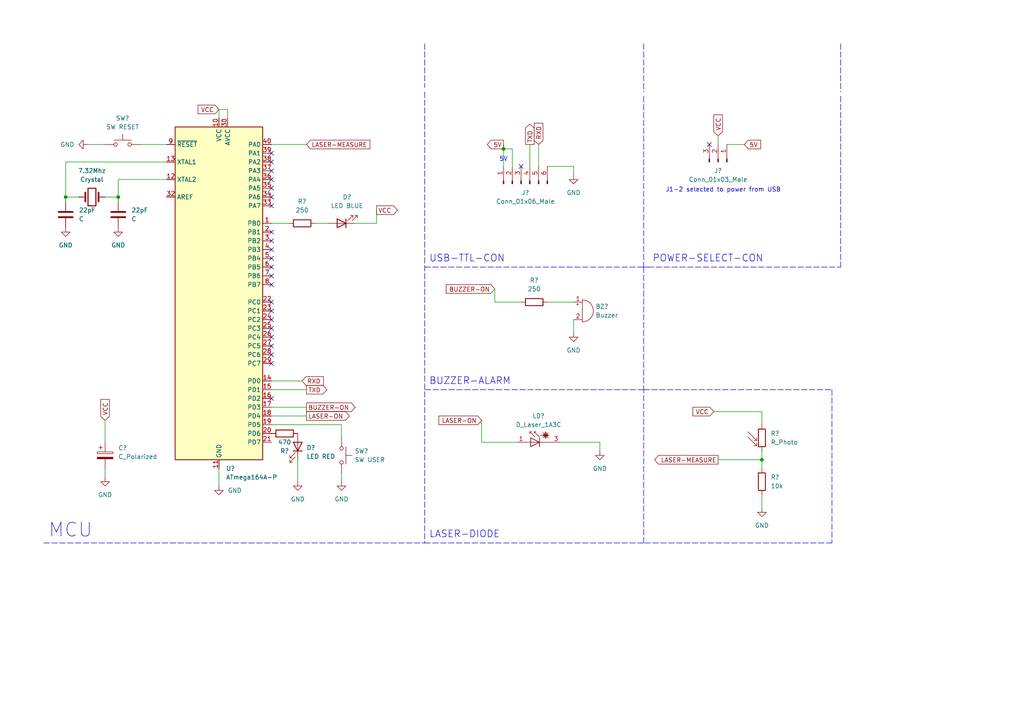
<source format=kicad_sch>
(kicad_sch (version 20211123) (generator eeschema)
  (paper "A4")
  (lib_symbols
    (symbol "Connector:Conn_01x03_Male" (pin_names (offset 1.016) hide)
      (property "Reference" "J" (at 0 5.08 0))
      (property "Value" "Conn_01x03_Male" (at 0 -5.08 0))
      (symbol "Conn_01x03_Male_1_1"
        (polyline (pts (xy 1.27 -2.54) (xy 0.8636 -2.54)) (stroke (width 0.1524)))
        (polyline (pts (xy 1.27 0) (xy 0.8636 0)) (stroke (width 0.1524)))
        (polyline (pts (xy 1.27 2.54) (xy 0.8636 2.54)) (stroke (width 0.1524)))
        (rectangle (start 0.8636 -2.413) (end 0 -2.667) (stroke (width 0.1524)) (fill (type outline)))
        (rectangle (start 0.8636 0.127) (end 0 -0.127) (stroke (width 0.1524)) (fill (type outline)))
        (rectangle (start 0.8636 2.667) (end 0 2.413) (stroke (width 0.1524)) (fill (type outline)))
        (pin passive line (at 5.08 2.54 180) (length 3.81) (name "Pin_1") (number "1"))
        (pin passive line (at 5.08 0 180) (length 3.81) (name "Pin_2") (number "2"))
        (pin passive line (at 5.08 -2.54 180) (length 3.81) (name "Pin_3") (number "3"))
      )
    )
    (symbol "Connector:Conn_01x06_Male" (pin_names (offset 1.016) hide)
      (property "Reference" "J" (at 0 7.62 0))
      (property "Value" "Conn_01x06_Male" (at 0 -10.16 0))
      (symbol "Conn_01x06_Male_1_1"
        (polyline (pts (xy 1.27 -7.62) (xy 0.8636 -7.62)) (stroke (width 0.1524)))
        (polyline (pts (xy 1.27 -5.08) (xy 0.8636 -5.08)) (stroke (width 0.1524)))
        (polyline (pts (xy 1.27 -2.54) (xy 0.8636 -2.54)) (stroke (width 0.1524)))
        (polyline (pts (xy 1.27 0) (xy 0.8636 0)) (stroke (width 0.1524)))
        (polyline (pts (xy 1.27 2.54) (xy 0.8636 2.54)) (stroke (width 0.1524)))
        (polyline (pts (xy 1.27 5.08) (xy 0.8636 5.08)) (stroke (width 0.1524)))
        (rectangle (start 0.8636 -7.493) (end 0 -7.747) (stroke (width 0.1524)) (fill (type outline)))
        (rectangle (start 0.8636 -4.953) (end 0 -5.207) (stroke (width 0.1524)) (fill (type outline)))
        (rectangle (start 0.8636 -2.413) (end 0 -2.667) (stroke (width 0.1524)) (fill (type outline)))
        (rectangle (start 0.8636 0.127) (end 0 -0.127) (stroke (width 0.1524)) (fill (type outline)))
        (rectangle (start 0.8636 2.667) (end 0 2.413) (stroke (width 0.1524)) (fill (type outline)))
        (rectangle (start 0.8636 5.207) (end 0 4.953) (stroke (width 0.1524)) (fill (type outline)))
        (pin passive line (at 5.08 5.08 180) (length 3.81) (name "Pin_1") (number "1"))
        (pin passive line (at 5.08 2.54 180) (length 3.81) (name "Pin_2") (number "2"))
        (pin passive line (at 5.08 0 180) (length 3.81) (name "Pin_3") (number "3"))
        (pin passive line (at 5.08 -2.54 180) (length 3.81) (name "Pin_4") (number "4"))
        (pin passive line (at 5.08 -5.08 180) (length 3.81) (name "Pin_5") (number "5"))
        (pin passive line (at 5.08 -7.62 180) (length 3.81) (name "Pin_6") (number "6"))
      )
    )
    (symbol "Device:Buzzer" (pin_names (offset 0.0254) hide)
      (property "Reference" "BZ" (at 3.81 1.27 0))
      (property "Value" "Buzzer" (at 3.81 -1.27 0))
      (symbol "Buzzer_0_1"
        (arc (start 0 -3.175) (mid 3.175 0) (end 0 3.175))
        (polyline (pts (xy -1.651 1.905) (xy -1.143 1.905)))
        (polyline (pts (xy -1.397 2.159) (xy -1.397 1.651)))
        (polyline (pts (xy 0 3.175) (xy 0 -3.175)))
      )
      (symbol "Buzzer_1_1"
        (pin passive line (at -2.54 2.54 0) (length 2.54) (name "-") (number "1"))
        (pin passive line (at -2.54 -2.54 0) (length 2.54) (name "+") (number "2"))
      )
    )
    (symbol "Device:C" (pin_numbers hide) (pin_names (offset 0.254))
      (property "Reference" "C" (at 0.635 2.54 0))
      (property "Value" "C" (at 0.635 -2.54 0))
      (symbol "C_0_1"
        (polyline (pts (xy -2.032 -0.762) (xy 2.032 -0.762)) (stroke (width 0.508)))
        (polyline (pts (xy -2.032 0.762) (xy 2.032 0.762)) (stroke (width 0.508)))
      )
      (symbol "C_1_1"
        (pin passive line (at 0 3.81 270) (length 2.794) (name "~") (number "1"))
        (pin passive line (at 0 -3.81 90) (length 2.794) (name "~") (number "2"))
      )
    )
    (symbol "Device:C_Polarized" (pin_numbers hide) (pin_names (offset 0.254))
      (property "Reference" "C" (at 0.635 2.54 0))
      (property "Value" "C_Polarized" (at 0.635 -2.54 0))
      (symbol "C_Polarized_0_1"
        (rectangle (start -2.286 0.508) (end 2.286 1.016))
        (polyline (pts (xy -1.778 2.286) (xy -0.762 2.286)))
        (polyline (pts (xy -1.27 2.794) (xy -1.27 1.778)))
        (rectangle (start 2.286 -0.508) (end -2.286 -1.016) (fill (type outline)))
      )
      (symbol "C_Polarized_1_1"
        (pin passive line (at 0 3.81 270) (length 2.794) (name "~") (number "1"))
        (pin passive line (at 0 -3.81 90) (length 2.794) (name "~") (number "2"))
      )
    )
    (symbol "Device:Crystal" (pin_numbers hide) (pin_names (offset 1.016) hide)
      (property "Reference" "Y" (at 0 3.81 0))
      (property "Value" "Crystal" (at 0 -3.81 0))
      (symbol "Crystal_0_1"
        (rectangle (start -1.143 2.54) (end 1.143 -2.54) (stroke (width 0.3048)))
        (polyline (pts (xy -2.54 0) (xy -1.905 0)))
        (polyline (pts (xy -1.905 -1.27) (xy -1.905 1.27)) (stroke (width 0.508)))
        (polyline (pts (xy 1.905 -1.27) (xy 1.905 1.27)) (stroke (width 0.508)))
        (polyline (pts (xy 2.54 0) (xy 1.905 0)))
      )
      (symbol "Crystal_1_1"
        (pin passive line (at -3.81 0 0) (length 1.27) (name "1") (number "1"))
        (pin passive line (at 3.81 0 180) (length 1.27) (name "2") (number "2"))
      )
    )
    (symbol "Device:D_Laser_1A3C" (pin_names (offset 1.016) hide)
      (property "Reference" "LD" (at -1.27 4.445 0))
      (property "Value" "D_Laser_1A3C" (at -1.27 -2.54 0))
      (symbol "D_Laser_1A3C_0_1"
        (polyline (pts (xy -4.064 1.27) (xy -2.54 2.794)))
        (polyline (pts (xy -4.064 1.778) (xy -2.54 2.286)))
        (polyline (pts (xy -4.064 2.286) (xy -2.54 1.778)))
        (polyline (pts (xy -4.064 2.794) (xy -2.54 1.27)))
        (polyline (pts (xy -3.556 2.794) (xy -3.048 1.27)))
        (polyline (pts (xy -3.302 2.032) (xy -3.302 1.016)))
        (polyline (pts (xy -3.302 2.032) (xy -3.302 3.048)))
        (polyline (pts (xy -3.048 2.794) (xy -3.556 1.27)))
        (polyline (pts (xy -1.778 2.032) (xy -4.318 2.032)))
        (polyline (pts (xy -1.524 1.27) (xy -1.524 -1.27)) (stroke (width 0.2032)))
        (polyline (pts (xy 1.27 3.048) (xy 0.762 3.048)))
        (polyline (pts (xy 2.54 0) (xy -5.08 0)))
        (polyline (pts (xy -0.254 1.524) (xy 1.27 3.048) (xy 1.27 2.54)))
        (polyline (pts (xy 1.016 1.27) (xy 1.016 -1.27) (xy -1.524 0) (xy 1.016 1.27)) (stroke (width 0.2032)))
        (polyline (pts (xy -1.524 1.524) (xy 0 3.048) (xy 0 2.54) (xy 0 3.048) (xy -0.508 3.048)))
      )
      (symbol "D_Laser_1A3C_1_1"
        (pin passive line (at 5.08 0 180) (length 2.54) (name "A") (number "1"))
        (pin passive line (at -7.62 0 0) (length 2.54) (name "K") (number "3"))
      )
    )
    (symbol "Device:LED" (pin_numbers hide) (pin_names (offset 1.016) hide)
      (property "Reference" "D" (at 0 2.54 0))
      (property "Value" "LED" (at 0 -2.54 0))
      (symbol "LED_0_1"
        (polyline (pts (xy -1.27 -1.27) (xy -1.27 1.27)) (stroke (width 0.254)))
        (polyline (pts (xy -1.27 0) (xy 1.27 0)))
        (polyline (pts (xy 1.27 -1.27) (xy 1.27 1.27) (xy -1.27 0) (xy 1.27 -1.27)) (stroke (width 0.254)))
        (polyline (pts (xy -3.048 -0.762) (xy -4.572 -2.286) (xy -3.81 -2.286) (xy -4.572 -2.286) (xy -4.572 -1.524)))
        (polyline (pts (xy -1.778 -0.762) (xy -3.302 -2.286) (xy -2.54 -2.286) (xy -3.302 -2.286) (xy -3.302 -1.524)))
      )
      (symbol "LED_1_1"
        (pin passive line (at -3.81 0 0) (length 2.54) (name "K") (number "1"))
        (pin passive line (at 3.81 0 180) (length 2.54) (name "A") (number "2"))
      )
    )
    (symbol "Device:R" (pin_numbers hide) (pin_names (offset 0))
      (property "Reference" "R" (at 2.032 0 90))
      (property "Value" "R" (at 0 0 90))
      (symbol "R_0_1"
        (rectangle (start -1.016 -2.54) (end 1.016 2.54) (stroke (width 0.254)))
      )
      (symbol "R_1_1"
        (pin passive line (at 0 3.81 270) (length 1.27) (name "~") (number "1"))
        (pin passive line (at 0 -3.81 90) (length 1.27) (name "~") (number "2"))
      )
    )
    (symbol "Device:R_Photo" (pin_numbers hide) (pin_names (offset 0))
      (property "Reference" "R" (at 1.27 1.27 0))
      (property "Value" "R_Photo" (at 1.27 0 0))
      (symbol "R_Photo_0_1"
        (rectangle (start -1.016 2.54) (end 1.016 -2.54) (stroke (width 0.254)))
        (polyline (pts (xy -1.524 -2.286) (xy -4.064 0.254)))
        (polyline (pts (xy -1.524 -2.286) (xy -2.286 -2.286)))
        (polyline (pts (xy -1.524 -2.286) (xy -1.524 -1.524)))
        (polyline (pts (xy -1.524 -0.762) (xy -4.064 1.778)))
        (polyline (pts (xy -1.524 -0.762) (xy -2.286 -0.762)))
        (polyline (pts (xy -1.524 -0.762) (xy -1.524 0)))
      )
      (symbol "R_Photo_1_1"
        (pin passive line (at 0 3.81 270) (length 1.27) (name "~") (number "1"))
        (pin passive line (at 0 -3.81 90) (length 1.27) (name "~") (number "2"))
      )
    )
    (symbol "MCU_Microchip_ATmega:ATmega164A-P"
      (property "Reference" "U" (at -12.7 49.53 0))
      (property "Value" "ATmega164A-P" (at 2.54 -49.53 0))
      (symbol "ATmega164A-P_0_1"
        (rectangle (start -12.7 -48.26) (end 12.7 48.26) (stroke (width 0.254)) (fill (type background)))
      )
      (symbol "ATmega164A-P_1_1"
        (pin bidirectional line (at 15.24 20.32 180) (length 2.54) (name "PB0") (number "1"))
        (pin power_in line (at 0 50.8 270) (length 2.54) (name "VCC") (number "10"))
        (pin power_in line (at 0 -50.8 90) (length 2.54) (name "GND") (number "11"))
        (pin output line (at -15.24 33.02 0) (length 2.54) (name "XTAL2") (number "12"))
        (pin input line (at -15.24 38.1 0) (length 2.54) (name "XTAL1") (number "13"))
        (pin bidirectional line (at 15.24 -25.4 180) (length 2.54) (name "PD0") (number "14"))
        (pin bidirectional line (at 15.24 -27.94 180) (length 2.54) (name "PD1") (number "15"))
        (pin bidirectional line (at 15.24 -30.48 180) (length 2.54) (name "PD2") (number "16"))
        (pin bidirectional line (at 15.24 -33.02 180) (length 2.54) (name "PD3") (number "17"))
        (pin bidirectional line (at 15.24 -35.56 180) (length 2.54) (name "PD4") (number "18"))
        (pin bidirectional line (at 15.24 -38.1 180) (length 2.54) (name "PD5") (number "19"))
        (pin bidirectional line (at 15.24 17.78 180) (length 2.54) (name "PB1") (number "2"))
        (pin bidirectional line (at 15.24 -40.64 180) (length 2.54) (name "PD6") (number "20"))
        (pin bidirectional line (at 15.24 -43.18 180) (length 2.54) (name "PD7") (number "21"))
        (pin bidirectional line (at 15.24 -2.54 180) (length 2.54) (name "PC0") (number "22"))
        (pin bidirectional line (at 15.24 -5.08 180) (length 2.54) (name "PC1") (number "23"))
        (pin bidirectional line (at 15.24 -7.62 180) (length 2.54) (name "PC2") (number "24"))
        (pin bidirectional line (at 15.24 -10.16 180) (length 2.54) (name "PC3") (number "25"))
        (pin bidirectional line (at 15.24 -12.7 180) (length 2.54) (name "PC4") (number "26"))
        (pin bidirectional line (at 15.24 -15.24 180) (length 2.54) (name "PC5") (number "27"))
        (pin bidirectional line (at 15.24 -17.78 180) (length 2.54) (name "PC6") (number "28"))
        (pin bidirectional line (at 15.24 -20.32 180) (length 2.54) (name "PC7") (number "29"))
        (pin bidirectional line (at 15.24 15.24 180) (length 2.54) (name "PB2") (number "3"))
        (pin power_in line (at 2.54 50.8 270) (length 2.54) (name "AVCC") (number "30"))
        (pin passive line (at 0 -50.8 90) (length 2.54) hide (name "GND") (number "31"))
        (pin passive line (at -15.24 27.94 0) (length 2.54) (name "AREF") (number "32"))
        (pin bidirectional line (at 15.24 25.4 180) (length 2.54) (name "PA7") (number "33"))
        (pin bidirectional line (at 15.24 27.94 180) (length 2.54) (name "PA6") (number "34"))
        (pin bidirectional line (at 15.24 30.48 180) (length 2.54) (name "PA5") (number "35"))
        (pin bidirectional line (at 15.24 33.02 180) (length 2.54) (name "PA4") (number "36"))
        (pin bidirectional line (at 15.24 35.56 180) (length 2.54) (name "PA3") (number "37"))
        (pin bidirectional line (at 15.24 38.1 180) (length 2.54) (name "PA2") (number "38"))
        (pin bidirectional line (at 15.24 40.64 180) (length 2.54) (name "PA1") (number "39"))
        (pin bidirectional line (at 15.24 12.7 180) (length 2.54) (name "PB3") (number "4"))
        (pin bidirectional line (at 15.24 43.18 180) (length 2.54) (name "PA0") (number "40"))
        (pin bidirectional line (at 15.24 10.16 180) (length 2.54) (name "PB4") (number "5"))
        (pin bidirectional line (at 15.24 7.62 180) (length 2.54) (name "PB5") (number "6"))
        (pin bidirectional line (at 15.24 5.08 180) (length 2.54) (name "PB6") (number "7"))
        (pin bidirectional line (at 15.24 2.54 180) (length 2.54) (name "PB7") (number "8"))
        (pin input line (at -15.24 43.18 0) (length 2.54) (name "~{RESET}") (number "9"))
      )
    )
    (symbol "Switch:SW_Push" (pin_numbers hide) (pin_names (offset 1.016) hide)
      (property "Reference" "SW" (at 1.27 2.54 0))
      (property "Value" "SW_Push" (at 0 -1.524 0))
      (symbol "SW_Push_0_1"
        (circle (center -2.032 0) (radius 0.508))
        (polyline (pts (xy 0 1.27) (xy 0 3.048)))
        (polyline (pts (xy 2.54 1.27) (xy -2.54 1.27)))
        (circle (center 2.032 0) (radius 0.508))
        (pin passive line (at -5.08 0 0) (length 2.54) (name "1") (number "1"))
        (pin passive line (at 5.08 0 180) (length 2.54) (name "2") (number "2"))
      )
    )
    (symbol "power:GND" (power) (pin_names (offset 0))
      (property "Value" "GND" (at 0 -3.81 0))
      (symbol "GND_0_1"
        (polyline (pts (xy 0 0) (xy 0 -1.27) (xy 1.27 -1.27) (xy 0 -2.54) (xy -1.27 -1.27) (xy 0 -1.27)))
      )
      (symbol "GND_1_1"
        (pin power_in line (at 0 0 270) (length 0) hide (name "GND") (number "1"))
      )
    )
  )
  (junction (at 34.29 57.15))
  (junction (at 146.05 43.18))
  (junction (at 19.05 57.15))
  (junction (at 220.98 133.35))
  (no_connect (at 78.74 80.01))
  (no_connect (at 78.74 49.53))
  (no_connect (at 78.74 100.33))
  (no_connect (at 78.74 46.99))
  (no_connect (at 78.74 54.61))
  (no_connect (at 78.74 59.69))
  (no_connect (at 78.74 87.63))
  (no_connect (at 151.13 48.26))
  (no_connect (at 78.74 74.93))
  (no_connect (at 78.74 95.25))
  (no_connect (at 78.74 92.71))
  (no_connect (at 78.74 77.47))
  (no_connect (at 78.74 69.85))
  (no_connect (at 78.74 105.41))
  (no_connect (at 78.74 57.15))
  (no_connect (at 78.74 82.55))
  (no_connect (at 78.74 115.57))
  (no_connect (at 78.74 90.17))
  (no_connect (at 78.74 67.31))
  (no_connect (at 78.74 97.79))
  (no_connect (at 205.74 41.91))
  (no_connect (at 78.74 44.45))
  (no_connect (at 78.74 102.87))
  (no_connect (at 78.74 72.39))
  (no_connect (at 78.74 52.07))
  (wire (pts (xy 99.06 137.16) (xy 99.06 139.7)))
  (polyline (pts (xy 186.69 113.03) (xy 123.19 113.03)))
  (wire (pts (xy 173.99 130.81) (xy 173.99 128.27)))
  (polyline (pts (xy 123.19 12.7) (xy 123.19 25.4)))
  (wire (pts (xy 139.7 128.27) (xy 149.86 128.27)))
  (wire (pts (xy 78.74 41.91) (xy 88.9 41.91)))
  (wire (pts (xy 143.51 83.82) (xy 143.51 87.63)))
  (wire (pts (xy 153.67 41.91) (xy 153.67 48.26)))
  (wire (pts (xy 99.06 123.19) (xy 99.06 127)))
  (wire (pts (xy 63.5 31.75) (xy 66.04 31.75)))
  (wire (pts (xy 34.29 57.15) (xy 30.48 57.15)))
  (wire (pts (xy 208.28 133.35) (xy 220.98 133.35)))
  (wire (pts (xy 63.5 135.89) (xy 63.5 140.97)))
  (polyline (pts (xy 186.69 12.7) (xy 186.69 26.67)))
  (polyline (pts (xy 243.84 27.94) (xy 243.84 27.94)))
  (wire (pts (xy 109.22 60.96) (xy 109.22 64.77)))
  (wire (pts (xy 220.98 133.35) (xy 220.98 135.89)))
  (wire (pts (xy 166.37 92.71) (xy 166.37 96.52)))
  (wire (pts (xy 78.74 110.49) (xy 87.63 110.49)))
  (wire (pts (xy 63.5 31.75) (xy 63.5 34.29)))
  (wire (pts (xy 19.05 57.15) (xy 22.86 57.15)))
  (wire (pts (xy 34.29 52.07) (xy 34.29 57.15)))
  (polyline (pts (xy 241.3 113.03) (xy 241.3 157.48)))
  (polyline (pts (xy 186.69 77.47) (xy 186.69 113.03)))
  (wire (pts (xy 34.29 52.07) (xy 48.26 52.07)))
  (wire (pts (xy 158.75 87.63) (xy 166.37 87.63)))
  (wire (pts (xy 207.01 119.38) (xy 220.98 119.38)))
  (wire (pts (xy 146.05 43.18) (xy 146.05 48.26)))
  (wire (pts (xy 220.98 130.81) (xy 220.98 133.35)))
  (wire (pts (xy 78.74 118.11) (xy 88.9 118.11)))
  (polyline (pts (xy 241.3 157.48) (xy 186.69 157.48)))
  (polyline (pts (xy 186.69 77.47) (xy 187.96 77.47)))
  (polyline (pts (xy 186.69 27.94) (xy 186.69 77.47)))
  (polyline (pts (xy 123.19 157.48) (xy 186.69 157.48)))
  (wire (pts (xy 25.4 41.91) (xy 30.48 41.91)))
  (wire (pts (xy 220.98 143.51) (xy 220.98 147.32)))
  (wire (pts (xy 30.48 135.89) (xy 30.48 138.43)))
  (wire (pts (xy 48.26 46.99) (xy 19.05 46.99)))
  (wire (pts (xy 19.05 46.99) (xy 19.05 57.15)))
  (wire (pts (xy 146.05 41.91) (xy 146.05 43.18)))
  (wire (pts (xy 40.64 41.91) (xy 48.26 41.91)))
  (wire (pts (xy 91.44 64.77) (xy 95.25 64.77)))
  (wire (pts (xy 30.48 121.92) (xy 30.48 128.27)))
  (wire (pts (xy 78.74 123.19) (xy 99.06 123.19)))
  (polyline (pts (xy 123.19 77.47) (xy 186.69 77.47)))
  (wire (pts (xy 156.21 41.91) (xy 156.21 48.26)))
  (wire (pts (xy 78.74 113.03) (xy 88.9 113.03)))
  (polyline (pts (xy 186.69 157.48) (xy 186.69 113.03)))
  (wire (pts (xy 208.28 39.37) (xy 208.28 41.91)))
  (wire (pts (xy 86.36 139.7) (xy 86.36 133.35)))
  (wire (pts (xy 151.13 87.63) (xy 143.51 87.63)))
  (wire (pts (xy 34.29 58.42) (xy 34.29 57.15)))
  (wire (pts (xy 78.74 64.77) (xy 83.82 64.77)))
  (wire (pts (xy 210.82 41.91) (xy 215.9 41.91)))
  (wire (pts (xy 166.37 48.26) (xy 166.37 50.8)))
  (wire (pts (xy 78.74 120.65) (xy 88.9 120.65)))
  (wire (pts (xy 173.99 128.27) (xy 162.56 128.27)))
  (wire (pts (xy 146.05 43.18) (xy 148.59 43.18)))
  (wire (pts (xy 148.59 48.26) (xy 148.59 43.18)))
  (polyline (pts (xy 243.84 12.7) (xy 243.84 26.67)))
  (polyline (pts (xy 123.19 26.67) (xy 123.19 157.48)))
  (polyline (pts (xy 186.69 113.03) (xy 241.3 113.03)))
  (wire (pts (xy 19.05 58.42) (xy 19.05 57.15)))
  (wire (pts (xy 158.75 48.26) (xy 166.37 48.26)))
  (wire (pts (xy 66.04 34.29) (xy 66.04 31.75)))
  (polyline (pts (xy 243.84 27.94) (xy 243.84 77.47)))
  (polyline (pts (xy 187.96 77.47) (xy 243.84 77.47)))
  (wire (pts (xy 139.7 121.92) (xy 139.7 128.27)))
  (wire (pts (xy 102.87 64.77) (xy 109.22 64.77)))
  (wire (pts (xy 220.98 123.19) (xy 220.98 119.38)))
  (polyline (pts (xy 12.7 157.48) (xy 123.19 157.48)))
  (text "BUZZER-ALARM\n" (at 124.46 111.76 0) (effects (font (size 2 2)) (justify left bottom)))
  (text "LASER-DIODE" (at 124.46 156.21 0) (effects (font (size 2 2)) (justify left bottom)))
  (text "5V" (at 144.78 46.99 0) (effects (font (size 1.27 1.27)) (justify left bottom)))
  (text "MCU" (at 13.97 156.21 0) (effects (font (size 4 4)) (justify left bottom)))
  (text "J1-2 selected to power from USB\n" (at 193.04 55.88 0) (effects (font (size 1.27 1.27)) (justify left bottom)))
  (text "POWER-SELECT-CON" (at 189.23 76.2 0) (effects (font (size 2 2)) (justify left bottom)))
  (text "USB-TTL-CON" (at 124.46 76.2 0) (effects (font (size 2 2)) (justify left bottom)))
  (global_label "VCC" (shape input) (at 30.48 121.92 90) (property "Intersheet References" "${INTERSHEET_REFS}" (effects hide)))
  (global_label "VCC" (shape input) (at 208.28 39.37 90) (property "Intersheet References" "${INTERSHEET_REFS}" (effects hide)))
  (global_label "TXD" (shape output) (at 88.9 113.03 0) (property "Intersheet References" "${INTERSHEET_REFS}" (effects hide)))
  (global_label "VCC" (shape input) (at 207.01 119.38 180) (property "Intersheet References" "${INTERSHEET_REFS}" (effects hide)))
  (global_label "RXD" (shape input) (at 156.21 41.91 90) (property "Intersheet References" "${INTERSHEET_REFS}" (effects hide)))
  (global_label "5V" (shape output) (at 146.05 41.91 180) (property "Intersheet References" "${INTERSHEET_REFS}" (effects hide)))
  (global_label "BUZZER-ON" (shape input) (at 143.51 83.82 180) (property "Intersheet References" "${INTERSHEET_REFS}" (effects hide)))
  (global_label "LASER-MEASURE" (shape input) (at 88.9 41.91 0) (property "Intersheet References" "${INTERSHEET_REFS}" (effects hide)))
  (global_label "LASER-ON" (shape input) (at 139.7 121.92 180) (property "Intersheet References" "${INTERSHEET_REFS}" (effects hide)))
  (global_label "RXD" (shape input) (at 87.63 110.49 0) (property "Intersheet References" "${INTERSHEET_REFS}" (effects hide)))
  (global_label "5V" (shape input) (at 215.9 41.91 0) (property "Intersheet References" "${INTERSHEET_REFS}" (effects hide)))
  (global_label "LASER-ON" (shape output) (at 88.9 120.65 0) (property "Intersheet References" "${INTERSHEET_REFS}" (effects hide)))
  (global_label "VCC" (shape input) (at 63.5 31.75 180) (property "Intersheet References" "${INTERSHEET_REFS}" (effects hide)))
  (global_label "LASER-MEASURE" (shape output) (at 208.28 133.35 180) (property "Intersheet References" "${INTERSHEET_REFS}" (effects hide)))
  (global_label "TXD" (shape output) (at 153.67 41.91 90) (property "Intersheet References" "${INTERSHEET_REFS}" (effects hide)))
  (global_label "VCC" (shape output) (at 109.22 60.96 0) (property "Intersheet References" "${INTERSHEET_REFS}" (effects hide)))
  (global_label "BUZZER-ON" (shape output) (at 88.9 118.11 0) (property "Intersheet References" "${INTERSHEET_REFS}" (effects hide)))
  (symbol (lib_id "Device:R") (at 87.63 64.77 90) (unit 1)
    (property "Reference" "R?" (at 87.63 58.42 90))
    (property "Value" "250" (at 87.63 60.96 90))
  )
  (symbol (lib_id "Connector:Conn_01x06_Male") (at 151.13 53.34 90) (unit 1)
    (property "Reference" "J?" (at 152.4 55.88 90))
    (property "Value" "Conn_01x06_Male" (at 152.4 58.42 90))
  )
  (symbol (lib_id "Device:C") (at 19.05 62.23 0) (unit 1)
    (property "Reference" "22pF" (at 22.86 60.9599 0) (effects (justify left)))
    (property "Value" "C" (at 22.86 63.4999 0) (effects (justify left)))
  )
  (symbol (lib_id "Device:R_Photo") (at 220.98 127 0) (unit 1)
    (property "Reference" "R?" (at 223.52 125.7299 0) (effects (justify left)))
    (property "Value" "R_Photo" (at 223.52 128.2699 0) (effects (justify left)))
  )
  (symbol (lib_id "power:GND") (at 30.48 138.43 0) (unit 1)
    (property "Reference" "#PWR?" (effects hide))
    (property "Value" "GND" (at 30.48 143.51 0))
  )
  (symbol (lib_id "power:GND") (at 99.06 139.7 0) (unit 1)
    (property "Reference" "#PWR?" (effects hide))
    (property "Value" "GND" (at 99.06 144.78 0))
  )
  (symbol (lib_id "power:GND") (at 166.37 96.52 0) (unit 1)
    (property "Reference" "#PWR?" (effects hide))
    (property "Value" "GND" (at 166.37 101.6 0))
  )
  (symbol (lib_id "Switch:SW_Push") (at 99.06 132.08 270) (unit 1)
    (property "Reference" "SW?" (at 102.87 130.8099 90) (effects (justify left)))
    (property "Value" "SW USER" (at 102.87 133.3499 90) (effects (justify left)))
  )
  (symbol (lib_id "power:GND") (at 34.29 66.04 0) (unit 1)
    (property "Reference" "#PWR?" (effects hide))
    (property "Value" "GND" (at 34.29 71.12 0))
  )
  (symbol (lib_id "Device:LED") (at 86.36 129.54 270) (mirror x) (unit 1)
    (property "Reference" "D?" (at 88.9 129.8574 90) (effects (justify left)))
    (property "Value" "LED RED" (at 88.9 132.3974 90) (effects (justify left)))
  )
  (symbol (lib_id "power:GND") (at 63.5 140.97 0) (unit 1)
    (property "Reference" "#PWR?" (effects hide))
    (property "Value" "GND" (at 66.04 142.2399 0) (effects (justify left)))
  )
  (symbol (lib_id "Device:C") (at 34.29 62.23 0) (unit 1)
    (property "Reference" "22pF" (at 38.1 60.9599 0) (effects (justify left)))
    (property "Value" "C" (at 38.1 63.4999 0) (effects (justify left)))
  )
  (symbol (lib_id "power:GND") (at 173.99 130.81 0) (unit 1)
    (property "Reference" "#PWR?" (effects hide))
    (property "Value" "GND" (at 173.99 135.89 0))
  )
  (symbol (lib_id "Device:R") (at 154.94 87.63 270) (unit 1)
    (property "Reference" "R?" (at 154.94 81.28 90))
    (property "Value" "250" (at 154.94 83.82 90))
  )
  (symbol (lib_id "Device:Crystal") (at 26.67 57.15 0) (unit 1)
    (property "Reference" "7.32Mhz" (at 26.67 49.53 0))
    (property "Value" "Crystal" (at 26.67 52.07 0))
  )
  (symbol (lib_id "power:GND") (at 166.37 50.8 0) (unit 1)
    (property "Reference" "#PWR?" (effects hide))
    (property "Value" "GND" (at 166.37 55.88 0))
  )
  (symbol (lib_id "Switch:SW_Push") (at 35.56 41.91 0) (unit 1)
    (property "Reference" "SW?" (at 35.56 34.29 0))
    (property "Value" "SW RESET" (at 35.56 36.83 0))
  )
  (symbol (lib_id "power:GND") (at 19.05 66.04 0) (unit 1)
    (property "Reference" "#PWR?" (effects hide))
    (property "Value" "GND" (at 19.05 71.12 0))
  )
  (symbol (lib_id "Device:R") (at 220.98 139.7 0) (unit 1)
    (property "Reference" "R?" (at 223.52 138.4299 0) (effects (justify left)))
    (property "Value" "10k" (at 223.52 140.9699 0) (effects (justify left)))
  )
  (symbol (lib_id "Device:C_Polarized") (at 30.48 132.08 0) (unit 1)
    (property "Reference" "C?" (at 34.29 129.9209 0) (effects (justify left)))
    (property "Value" "C_Polarized" (at 34.29 132.4609 0) (effects (justify left)))
  )
  (symbol (lib_id "power:GND") (at 25.4 41.91 270) (unit 1)
    (property "Reference" "#PWR?" (effects hide))
    (property "Value" "GND" (at 21.59 41.9099 90) (effects (justify right)))
  )
  (symbol (lib_id "Device:Buzzer") (at 168.91 90.17 0) (unit 1)
    (property "Reference" "BZ?" (at 172.72 88.8999 0) (effects (justify left)))
    (property "Value" "Buzzer" (at 172.72 91.4399 0) (effects (justify left)))
  )
  (symbol (lib_id "Device:D_Laser_1A3C") (at 154.94 128.27 0) (mirror y) (unit 1)
    (property "Reference" "LD?" (at 156.21 120.65 0))
    (property "Value" "D_Laser_1A3C" (at 156.21 123.19 0))
  )
  (symbol (lib_id "Connector:Conn_01x03_Male") (at 208.28 46.99 270) (mirror x) (unit 1)
    (property "Reference" "J?" (at 208.28 49.53 90))
    (property "Value" "Conn_01x03_Male" (at 208.28 52.07 90))
  )
  (symbol (lib_id "MCU_Microchip_ATmega:ATmega164A-P") (at 63.5 85.09 0) (unit 1)
    (property "Reference" "U?" (at 65.5194 135.89 0) (effects (justify left)))
    (property "Value" "ATmega164A-P" (at 65.5194 138.43 0) (effects (justify left)))
    (property "Footprint" "Package_DIP:DIP-40_W15.24mm" (effects hide))
    (property "Datasheet" "http://ww1.microchip.com/downloads/en/DeviceDoc/Atmel-8272-8-bit-AVR-microcontroller-ATmega164A_PA-324A_PA-644A_PA-1284_P_datasheet.pdf" (effects hide))
  )
  (symbol (lib_id "Device:LED") (at 99.06 64.77 180) (unit 1)
    (property "Reference" "D?" (at 100.6475 57.15 0))
    (property "Value" "LED BLUE" (at 100.6475 59.69 0))
  )
  (symbol (lib_id "power:GND") (at 86.36 139.7 0) (unit 1)
    (property "Reference" "#PWR?" (effects hide))
    (property "Value" "GND" (at 86.36 144.78 0))
  )
  (symbol (lib_id "Device:R") (at 82.55 125.73 90) (unit 1)
    (property "Reference" "R?" (at 82.55 130.81 90))
    (property "Value" "470" (at 82.55 128.27 90))
  )
  (symbol (lib_id "power:GND") (at 220.98 147.32 0) (unit 1)
    (property "Reference" "#PWR?" (effects hide))
    (property "Value" "GND" (at 220.98 152.4 0))
  )
)
</source>
